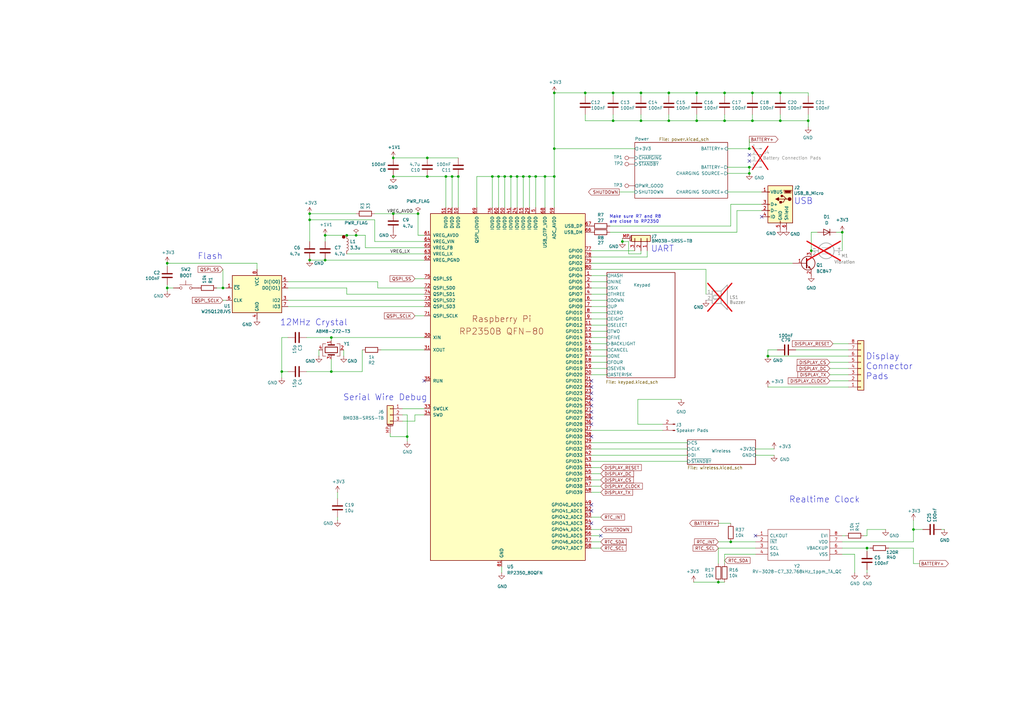
<source format=kicad_sch>
(kicad_sch (version 20250114) (generator "eeschema") (generator_version "9.0")
  (paper "A3")
  (title_block (title "Brique") (date "2025-04-08") (company "Tommy Gilligan"))
  (circle (center 140.97 97.155) (radius 0.635) (stroke (width 0) (color 132 0 0 1)) (fill (type color) (color 132 0 0 1)))
  (text "Make sure R7 and R8\nare close to RP2350\n" (at 249.936 91.694 0) (effects (font (size 1.27 1.27)) (justify left bottom)))
  (text "Serial Wire Debug" (at 175.26 164.592 0) (effects (font (size 2.54 2.54)) (justify right bottom)))
  (text "Realtime Clock" (at 323.596 206.502 0) (effects (font (size 2.54 2.54)) (justify left bottom)))
  (text "Flash" (at 81.026 106.68 0) (effects (font (size 2.54 2.54)) (justify left bottom)))
  (text "Display\nConnector\nPads" (at 355.092 155.956 0) (effects (font (size 2.54 2.54)) (justify left bottom)))
  (text "USB" (at 325.628 84.074 0) (effects (font (size 2.54 2.54)) (justify left bottom)))
  (text "UART" (at 266.954 103.632 0) (effects (font (size 2.54 2.54)) (justify left bottom)))
  (text "12MHz Crystal" (at 114.808 133.858 0) (effects (font (size 2.54 2.54)) (justify left bottom)))
  (junction (at 133.35 96.52))
  (junction (at 209.55 72.39))
  (junction (at 204.47 72.39))
  (junction (at 308.61 49.53))
  (junction (at 127 106.68))
  (junction (at 307.34 68.58))
  (junction (at 171.45 87.63))
  (junction (at 262.89 38.1))
  (junction (at 127 87.63))
  (junction (at 146.05 96.52))
  (junction (at 285.75 49.53))
  (junction (at 127 90.17))
  (junction (at 91.44 118.11))
  (junction (at 161.29 87.63))
  (junction (at 167.005 179.07))
  (junction (at 307.34 71.12))
  (junction (at 227.33 38.1))
  (junction (at 135.89 152.4))
  (junction (at 223.52 72.39))
  (junction (at 355.6 224.79))
  (junction (at 240.03 38.1))
  (junction (at 299.72 222.25))
  (junction (at 374.65 217.17))
  (junction (at 332.74 102.87))
  (junction (at 68.58 107.95))
  (junction (at 187.96 72.39))
  (junction (at 227.33 60.96))
  (junction (at 214.63 72.39))
  (junction (at 274.32 49.53))
  (junction (at 161.29 72.39))
  (junction (at 135.89 138.43))
  (junction (at 307.34 60.96))
  (junction (at 251.46 38.1))
  (junction (at 320.04 38.1))
  (junction (at 255.27 99.06))
  (junction (at 207.01 72.39))
  (junction (at 331.47 49.53))
  (junction (at 219.71 72.39))
  (junction (at 212.09 72.39))
  (junction (at 201.93 72.39))
  (junction (at 251.46 49.53))
  (junction (at 161.29 64.77))
  (junction (at 297.18 38.1))
  (junction (at 285.75 38.1))
  (junction (at 314.96 146.05))
  (junction (at 308.61 38.1))
  (junction (at 175.26 64.77))
  (junction (at 274.32 38.1))
  (junction (at 175.26 72.39))
  (junction (at 182.88 72.39))
  (junction (at 262.89 49.53))
  (junction (at 115.57 152.4))
  (junction (at 294.64 238.76))
  (junction (at 345.44 95.25))
  (junction (at 185.42 72.39))
  (junction (at 320.04 49.53))
  (junction (at 68.58 118.11))
  (junction (at 217.17 72.39))
  (junction (at 297.18 49.53))
  (junction (at 142.24 96.52))
  (junction (at 133.35 106.68))
  (junction (at 227.33 72.39))
  (no_connect (at 384.81 -35.56))
  (no_connect (at 242.57 168.91))
  (no_connect (at 242.57 166.37))
  (no_connect (at 307.34 63.5))
  (no_connect (at 242.57 179.07))
  (no_connect (at 312.42 88.9))
  (no_connect (at 242.57 207.01))
  (no_connect (at 242.57 171.45))
  (no_connect (at 242.57 214.63))
  (no_connect (at 242.57 173.99))
  (no_connect (at 173.99 156.21))
  (no_connect (at 307.34 66.04))
  (no_connect (at 242.57 163.83))
  (no_connect (at 242.57 161.29))
  (no_connect (at 242.57 158.75))
  (no_connect (at 242.57 156.21))
  (no_connect (at 246.38 219.71))
  (no_connect (at 242.57 209.55))
  (no_connect (at 309.88 219.71))
  (wire (pts (xy 297.18 38.1) (xy 308.61 38.1)))
  (wire (pts (xy 154.94 115.57) (xy 154.94 118.11)))
  (wire (pts (xy 346.71 219.71) (xy 345.44 219.71)))
  (wire (pts (xy 240.03 39.37) (xy 240.03 38.1)))
  (wire (pts (xy 195.58 85.09) (xy 195.58 72.39)))
  (wire (pts (xy 345.44 227.33) (xy 350.52 227.33)))
  (wire (pts (xy 332.74 95.25) (xy 332.74 102.87)))
  (wire (pts (xy 140.97 146.05) (xy 140.97 143.51)))
  (wire (pts (xy 274.32 39.37) (xy 274.32 38.1)))
  (wire (pts (xy 242.57 184.15) (xy 281.94 184.15)))
  (wire (pts (xy 374.65 231.14) (xy 374.65 224.79)))
  (wire (pts (xy 246.38 194.31) (xy 242.57 194.31)))
  (wire (pts (xy 219.71 72.39) (xy 223.52 72.39)))
  (wire (pts (xy 262.89 102.87) (xy 262.89 104.14)))
  (wire (pts (xy 115.57 138.43) (xy 118.11 138.43)))
  (wire (pts (xy 314.96 158.75) (xy 347.98 158.75)))
  (wire (pts (xy 209.55 85.09) (xy 209.55 72.39)))
  (wire (pts (xy 171.45 87.63) (xy 171.45 96.52)))
  (wire (pts (xy 302.26 95.25) (xy 250.19 95.25)))
  (wire (pts (xy 242.57 107.95) (xy 325.12 107.95)))
  (wire (pts (xy 251.46 49.53) (xy 240.03 49.53)))
  (wire (pts (xy 133.35 96.52) (xy 142.24 96.52)))
  (wire (pts (xy 289.56 110.49) (xy 289.56 120.65)))
  (wire (pts (xy 133.35 96.52) (xy 133.35 99.06)))
  (wire (pts (xy 105.41 107.95) (xy 105.41 110.49)))
  (wire (pts (xy 261.62 163.83) (xy 261.62 173.99)))
  (wire (pts (xy 294.64 238.76) (xy 297.18 238.76)))
  (wire (pts (xy 308.61 49.53) (xy 297.18 49.53)))
  (wire (pts (xy 227.33 72.39) (xy 227.33 85.09)))
  (wire (pts (xy 262.89 39.37) (xy 262.89 38.1)))
  (wire (pts (xy 154.94 118.11) (xy 173.99 118.11)))
  (wire (pts (xy 342.9 95.25) (xy 345.44 95.25)))
  (wire (pts (xy 355.6 233.68) (xy 355.6 234.95)))
  (wire (pts (xy 320.04 39.37) (xy 320.04 38.1)))
  (wire (pts (xy 92.71 118.11) (xy 91.44 118.11)))
  (wire (pts (xy 242.57 191.77) (xy 246.38 191.77)))
  (wire (pts (xy 242.57 113.03) (xy 248.92 113.03)))
  (wire (pts (xy 355.6 226.06) (xy 355.6 224.79)))
  (wire (pts (xy 242.57 130.81) (xy 248.92 130.81)))
  (wire (pts (xy 298.45 71.12) (xy 307.34 71.12)))
  (wire (pts (xy 170.18 114.3) (xy 173.99 114.3)))
  (wire (pts (xy 298.45 60.96) (xy 307.34 60.96)))
  (wire (pts (xy 242.57 135.89) (xy 248.92 135.89)))
  (wire (pts (xy 242.57 102.87) (xy 260.35 102.87)))
  (wire (pts (xy 242.57 189.23) (xy 281.94 189.23)))
  (wire (pts (xy 320.04 38.1) (xy 331.47 38.1)))
  (wire (pts (xy 299.72 83.82) (xy 312.42 83.82)))
  (wire (pts (xy 205.74 232.41) (xy 205.74 234.95)))
  (wire (pts (xy 309.88 186.69) (xy 317.5 186.69)))
  (wire (pts (xy 217.17 85.09) (xy 217.17 72.39)))
  (wire (pts (xy 146.05 96.52) (xy 142.24 96.52)))
  (wire (pts (xy 204.47 85.09) (xy 204.47 72.39)))
  (wire (pts (xy 285.75 39.37) (xy 285.75 38.1)))
  (wire (pts (xy 297.18 227.33) (xy 309.88 227.33)))
  (wire (pts (xy 92.71 123.19) (xy 91.44 123.19)))
  (wire (pts (xy 138.43 212.09) (xy 138.43 213.36)))
  (wire (pts (xy 242.57 105.41) (xy 265.43 105.41)))
  (wire (pts (xy 255.27 99.06) (xy 255.27 97.79)))
  (wire (pts (xy 171.45 96.52) (xy 173.99 96.52)))
  (wire (pts (xy 297.18 227.33) (xy 297.18 231.14)))
  (wire (pts (xy 265.43 105.41) (xy 265.43 102.87)))
  (wire (pts (xy 142.24 104.14) (xy 173.99 104.14)))
  (wire (pts (xy 298.45 78.74) (xy 312.42 78.74)))
  (wire (pts (xy 240.03 46.99) (xy 240.03 49.53)))
  (wire (pts (xy 227.33 38.1) (xy 240.03 38.1)))
  (wire (pts (xy 378.46 217.17) (xy 374.65 217.17)))
  (wire (pts (xy 118.11 123.19) (xy 173.99 123.19)))
  (wire (pts (xy 133.35 106.68) (xy 173.99 106.68)))
  (wire (pts (xy 347.98 151.13) (xy 340.36 151.13)))
  (wire (pts (xy 88.9 118.11) (xy 91.44 118.11)))
  (wire (pts (xy 242.57 217.17) (xy 246.38 217.17)))
  (wire (pts (xy 127 87.63) (xy 146.05 87.63)))
  (wire (pts (xy 335.28 95.25) (xy 332.74 95.25)))
  (wire (pts (xy 374.65 213.36) (xy 374.65 217.17)))
  (wire (pts (xy 242.57 219.71) (xy 246.38 219.71)))
  (wire (pts (xy 207.01 85.09) (xy 207.01 72.39)))
  (wire (pts (xy 242.57 110.49) (xy 289.56 110.49)))
  (wire (pts (xy 285.75 38.1) (xy 297.18 38.1)))
  (wire (pts (xy 148.59 152.4) (xy 148.59 143.51)))
  (wire (pts (xy 125.73 152.4) (xy 135.89 152.4)))
  (wire (pts (xy 246.38 224.79) (xy 242.57 224.79)))
  (wire (pts (xy 318.77 143.51) (xy 314.96 143.51)))
  (wire (pts (xy 297.18 49.53) (xy 285.75 49.53)))
  (wire (pts (xy 68.58 107.95) (xy 105.41 107.95)))
  (wire (pts (xy 298.45 68.58) (xy 307.34 68.58)))
  (wire (pts (xy 242.57 118.11) (xy 248.92 118.11)))
  (wire (pts (xy 130.81 146.05) (xy 130.81 143.51)))
  (wire (pts (xy 165.1 172.72) (xy 170.18 172.72)))
  (wire (pts (xy 242.57 120.65) (xy 248.92 120.65)))
  (wire (pts (xy 347.98 146.05) (xy 314.96 146.05)))
  (wire (pts (xy 187.96 72.39) (xy 185.42 72.39)))
  (wire (pts (xy 294.64 222.25) (xy 299.72 222.25)))
  (wire (pts (xy 138.43 201.93) (xy 138.43 204.47)))
  (wire (pts (xy 118.11 115.57) (xy 154.94 115.57)))
  (wire (pts (xy 68.58 118.11) (xy 71.12 118.11)))
  (wire (pts (xy 170.18 172.72) (xy 170.18 170.18)))
  (wire (pts (xy 347.98 143.51) (xy 326.39 143.51)))
  (wire (pts (xy 68.58 116.84) (xy 68.58 118.11)))
  (wire (pts (xy 148.59 152.4) (xy 135.89 152.4)))
  (wire (pts (xy 242.57 125.73) (xy 248.92 125.73)))
  (wire (pts (xy 68.58 118.11) (xy 68.58 119.38)))
  (wire (pts (xy 331.47 46.99) (xy 331.47 49.53)))
  (wire (pts (xy 167.005 170.18) (xy 165.1 170.18)))
  (wire (pts (xy 331.47 39.37) (xy 331.47 38.1)))
  (wire (pts (xy 227.33 60.96) (xy 227.33 72.39)))
  (wire (pts (xy 242.57 146.05) (xy 248.92 146.05)))
  (wire (pts (xy 242.57 143.51) (xy 248.92 143.51)))
  (wire (pts (xy 320.04 49.53) (xy 308.61 49.53)))
  (wire (pts (xy 251.46 46.99) (xy 251.46 49.53)))
  (wire (pts (xy 347.98 140.97) (xy 341.63 140.97)))
  (wire (pts (xy 285.75 49.53) (xy 274.32 49.53)))
  (wire (pts (xy 185.42 85.09) (xy 185.42 72.39)))
  (wire (pts (xy 331.47 49.53) (xy 320.04 49.53)))
  (wire (pts (xy 170.18 129.54) (xy 173.99 129.54)))
  (wire (pts (xy 161.29 87.63) (xy 171.45 87.63)))
  (wire (pts (xy 204.47 72.39) (xy 207.01 72.39)))
  (wire (pts (xy 297.18 46.99) (xy 297.18 49.53)))
  (wire (pts (xy 160.02 177.8) (xy 160.02 179.07)))
  (wire (pts (xy 115.57 152.4) (xy 115.57 154.94)))
  (wire (pts (xy 242.57 176.53) (xy 271.78 176.53)))
  (wire (pts (xy 320.04 46.99) (xy 320.04 49.53)))
  (wire (pts (xy 212.09 72.39) (xy 214.63 72.39)))
  (wire (pts (xy 127 90.17) (xy 153.67 90.17)))
  (wire (pts (xy 115.57 138.43) (xy 115.57 152.4)))
  (wire (pts (xy 242.57 128.27) (xy 248.92 128.27)))
  (wire (pts (xy 355.6 219.71) (xy 354.33 219.71)))
  (wire (pts (xy 153.67 90.17) (xy 153.67 99.06)))
  (wire (pts (xy 223.52 85.09) (xy 223.52 72.39)))
  (wire (pts (xy 308.61 38.1) (xy 320.04 38.1)))
  (wire (pts (xy 262.89 104.14) (xy 257.81 104.14)))
  (wire (pts (xy 262.89 49.53) (xy 251.46 49.53)))
  (wire (pts (xy 153.67 99.06) (xy 173.99 99.06)))
  (wire (pts (xy 297.18 39.37) (xy 297.18 38.1)))
  (wire (pts (xy 127 87.63) (xy 127 90.17)))
  (wire (pts (xy 149.86 96.52) (xy 146.05 96.52)))
  (wire (pts (xy 209.55 72.39) (xy 212.09 72.39)))
  (wire (pts (xy 309.88 184.15) (xy 317.5 184.15)))
  (wire (pts (xy 294.64 214.63) (xy 299.72 214.63)))
  (wire (pts (xy 284.48 238.76) (xy 294.64 238.76)))
  (wire (pts (xy 214.63 72.39) (xy 214.63 85.09)))
  (wire (pts (xy 274.32 49.53) (xy 262.89 49.53)))
  (wire (pts (xy 257.81 99.06) (xy 255.27 99.06)))
  (wire (pts (xy 279.4 163.83) (xy 261.62 163.83)))
  (wire (pts (xy 212.09 85.09) (xy 212.09 72.39)))
  (wire (pts (xy 142.24 118.11) (xy 118.11 118.11)))
  (wire (pts (xy 307.34 68.58) (xy 307.34 71.12)))
  (wire (pts (xy 173.99 101.6) (xy 149.86 101.6)))
  (wire (pts (xy 115.57 152.4) (xy 118.11 152.4)))
  (wire (pts (xy 68.58 109.22) (xy 68.58 107.95)))
  (wire (pts (xy 223.52 72.39) (xy 227.33 72.39)))
  (wire (pts (xy 302.26 86.36) (xy 302.26 95.25)))
  (wire (pts (xy 195.58 72.39) (xy 201.93 72.39)))
  (wire (pts (xy 294.64 231.14) (xy 294.64 224.79)))
  (wire (pts (xy 118.11 125.73) (xy 173.99 125.73)))
  (wire (pts (xy 167.005 170.18) (xy 167.005 179.07)))
  (wire (pts (xy 201.93 85.09) (xy 201.93 72.39)))
  (wire (pts (xy 257.81 104.14) (xy 257.81 99.06)))
  (wire (pts (xy 246.38 222.25) (xy 242.57 222.25)))
  (wire (pts (xy 242.57 115.57) (xy 248.92 115.57)))
  (wire (pts (xy 175.26 72.39) (xy 182.88 72.39)))
  (wire (pts (xy 217.17 72.39) (xy 219.71 72.39)))
  (wire (pts (xy 135.89 139.7) (xy 135.89 138.43)))
  (wire (pts (xy 274.32 38.1) (xy 285.75 38.1)))
  (wire (pts (xy 345.44 95.25) (xy 345.44 102.87)))
  (wire (pts (xy 307.34 57.15) (xy 307.34 60.96)))
  (wire (pts (xy 299.72 83.82) (xy 299.72 92.71)))
  (wire (pts (xy 149.86 101.6) (xy 149.86 96.52)))
  (wire (pts (xy 135.89 147.32) (xy 135.89 152.4)))
  (wire (pts (xy 153.67 87.63) (xy 161.29 87.63)))
  (wire (pts (xy 187.96 72.39) (xy 187.96 85.09)))
  (wire (pts (xy 242.57 123.19) (xy 248.92 123.19)))
  (wire (pts (xy 251.46 38.1) (xy 262.89 38.1)))
  (wire (pts (xy 347.98 156.21) (xy 340.36 156.21)))
  (wire (pts (xy 125.73 138.43) (xy 135.89 138.43)))
  (wire (pts (xy 135.89 138.43) (xy 173.99 138.43)))
  (wire (pts (xy 142.24 120.65) (xy 173.99 120.65)))
  (wire (pts (xy 227.33 60.96) (xy 260.35 60.96)))
  (wire (pts (xy 242.57 181.61) (xy 281.94 181.61)))
  (wire (pts (xy 242.57 151.13) (xy 248.92 151.13)))
  (wire (pts (xy 175.26 64.77) (xy 187.96 64.77)))
  (wire (pts (xy 242.57 138.43) (xy 248.92 138.43)))
  (wire (pts (xy 355.6 217.17) (xy 355.6 219.71)))
  (wire (pts (xy 127 106.68) (xy 133.35 106.68)))
  (wire (pts (xy 227.33 38.1) (xy 227.33 60.96)))
  (wire (pts (xy 254 78.74) (xy 260.35 78.74)))
  (wire (pts (xy 165.1 167.64) (xy 173.99 167.64)))
  (wire (pts (xy 374.65 231.14) (xy 377.19 231.14)))
  (wire (pts (xy 156.21 143.51) (xy 173.99 143.51)))
  (wire (pts (xy 262.89 46.99) (xy 262.89 49.53)))
  (wire (pts (xy 294.64 224.79) (xy 309.88 224.79)))
  (wire (pts (xy 91.44 110.49) (xy 91.44 118.11)))
  (wire (pts (xy 167.005 179.07) (xy 160.02 179.07)))
  (wire (pts (xy 262.89 38.1) (xy 274.32 38.1)))
  (wire (pts (xy 207.01 72.39) (xy 209.55 72.39)))
  (wire (pts (xy 347.98 153.67) (xy 340.36 153.67)))
  (wire (pts (xy 308.61 39.37) (xy 308.61 38.1)))
  (wire (pts (xy 242.57 148.59) (xy 248.92 148.59)))
  (wire (pts (xy 127 90.17) (xy 127 99.06)))
  (wire (pts (xy 345.44 224.79) (xy 355.6 224.79)))
  (wire (pts (xy 161.29 64.77) (xy 175.26 64.77)))
  (wire (pts (xy 246.38 212.09) (xy 242.57 212.09)))
  (wire (pts (xy 246.38 196.85) (xy 242.57 196.85)))
  (wire (pts (xy 386.08 217.17) (xy 387.35 217.17)))
  (wire (pts (xy 242.57 186.69) (xy 281.94 186.69)))
  (wire (pts (xy 299.72 92.71) (xy 250.19 92.71)))
  (wire (pts (xy 355.6 224.79) (xy 356.87 224.79)))
  (wire (pts (xy 331.47 49.53) (xy 331.47 52.07)))
  (wire (pts (xy 167.005 179.07) (xy 167.005 180.975)))
  (wire (pts (xy 182.88 72.39) (xy 182.88 85.09)))
  (wire (pts (xy 214.63 72.39) (xy 217.17 72.39)))
  (wire (pts (xy 299.72 222.25) (xy 309.88 222.25)))
  (wire (pts (xy 242.57 153.67) (xy 248.92 153.67)))
  (wire (pts (xy 201.93 72.39) (xy 204.47 72.39)))
  (wire (pts (xy 347.98 148.59) (xy 340.36 148.59)))
  (wire (pts (xy 302.26 86.36) (xy 312.42 86.36)))
  (wire (pts (xy 246.38 199.39) (xy 242.57 199.39)))
  (wire (pts (xy 219.71 72.39) (xy 219.71 85.09)))
  (wire (pts (xy 242.57 133.35) (xy 248.92 133.35)))
  (wire (pts (xy 274.32 46.99) (xy 274.32 49.53)))
  (wire (pts (xy 246.38 201.93) (xy 242.57 201.93)))
  (wire (pts (xy 185.42 72.39) (xy 182.88 72.39)))
  (wire (pts (xy 242.57 140.97) (xy 248.92 140.97)))
  (wire (pts (xy 363.22 217.17) (xy 355.6 217.17)))
  (wire (pts (xy 142.24 118.11) (xy 142.24 120.65)))
  (wire (pts (xy 251.46 39.37) (xy 251.46 38.1)))
  (wire (pts (xy 285.75 46.99) (xy 285.75 49.53)))
  (wire (pts (xy 161.29 72.39) (xy 175.26 72.39)))
  (wire (pts (xy 261.62 173.99) (xy 271.78 173.99)))
  (wire (pts (xy 170.18 170.18) (xy 173.99 170.18)))
  (wire (pts (xy 240.03 38.1) (xy 251.46 38.1)))
  (wire (pts (xy 308.61 46.99) (xy 308.61 49.53)))
  (wire (pts (xy 374.65 217.17) (xy 374.65 222.25)))
  (wire (pts (xy 374.65 224.79) (xy 364.49 224.79)))
  (wire (pts (xy 314.96 143.51) (xy 314.96 146.05)))
  (wire (pts (xy 345.44 222.25) (xy 374.65 222.25)))
  (wire (pts (xy 350.52 227.33) (xy 350.52 234.95)))
  (label "VREG_AVDD" (at 158.75 87.63 0))
  (label "VREG_LX" (at 160.02 104.14 0))
  (global_label "RTC_INT" (shape input) (at 246.38 212.09 0) (property "Intersheetrefs" "${INTERSHEET_REFS}" (effects (hide yes))))
  (global_label "RTC_SCL" (shape input) (at 246.38 224.79 0) (property "Intersheetrefs" "${INTERSHEET_REFS}" (effects (hide yes))))
  (global_label "QSPI_SS" (shape input) (at 91.44 110.49 180) (property "Intersheetrefs" "${INTERSHEET_REFS}" (effects (hide yes))))
  (global_label "DISPLAY_DC" (shape input) (at 340.36 151.13 180) (property "Intersheetrefs" "${INTERSHEET_REFS}" (effects (hide yes))))
  (global_label "DISPLAY_CS" (shape input) (at 246.38 196.85 0) (property "Intersheetrefs" "${INTERSHEET_REFS}" (effects (hide yes))))
  (global_label "QSPI_SCLK" (shape input) (at 91.44 123.19 180) (property "Intersheetrefs" "${INTERSHEET_REFS}" (effects (hide yes))))
  (global_label "BATTERY+" (shape output) (at 307.34 57.15 0) (property "Intersheetrefs" "${INTERSHEET_REFS}" (effects (hide yes))))
  (global_label "DISPLAY_CLOCK" (shape input) (at 246.38 199.39 0) (property "Intersheetrefs" "${INTERSHEET_REFS}" (effects (hide yes))))
  (global_label "DISPLAY_TX" (shape input) (at 340.36 153.67 180) (property "Intersheetrefs" "${INTERSHEET_REFS}" (effects (hide yes))))
  (global_label "DISPLAY_RESET" (shape input) (at 246.38 191.77 0) (property "Intersheetrefs" "${INTERSHEET_REFS}" (effects (hide yes))))
  (global_label "BATTERY+" (shape output) (at 377.19 231.14 0) (property "Intersheetrefs" "${INTERSHEET_REFS}" (effects (hide yes))))
  (global_label "BATTERY+" (shape output) (at 294.64 214.63 180) (property "Intersheetrefs" "${INTERSHEET_REFS}" (effects (hide yes))))
  (global_label "DISPLAY_CLOCK" (shape input) (at 340.36 156.21 180) (property "Intersheetrefs" "${INTERSHEET_REFS}" (effects (hide yes))))
  (global_label "QSPI_SCLK" (shape input) (at 170.18 129.54 180) (property "Intersheetrefs" "${INTERSHEET_REFS}" (effects (hide yes))))
  (global_label "SHUTDOWN" (shape input) (at 246.38 217.17 0) (property "Intersheetrefs" "${INTERSHEET_REFS}" (effects (hide yes))))
  (global_label "RTC_INT" (shape input) (at 294.64 222.25 180) (property "Intersheetrefs" "${INTERSHEET_REFS}" (effects (hide yes))))
  (global_label "RTC_SCL" (shape input) (at 294.64 224.79 180) (property "Intersheetrefs" "${INTERSHEET_REFS}" (effects (hide yes))))
  (global_label "RTC_SDA" (shape input) (at 297.18 229.87 0) (property "Intersheetrefs" "${INTERSHEET_REFS}" (effects (hide yes))))
  (global_label "QSPI_SS" (shape input) (at 170.18 114.3 180) (property "Intersheetrefs" "${INTERSHEET_REFS}" (effects (hide yes))))
  (global_label "SHUTDOWN" (shape output) (at 254 78.74 180) (property "Intersheetrefs" "${INTERSHEET_REFS}" (effects (hide yes))))
  (global_label "DISPLAY_RESET" (shape input) (at 341.63 140.97 180) (property "Intersheetrefs" "${INTERSHEET_REFS}" (effects (hide yes))))
  (global_label "DISPLAY_TX" (shape input) (at 246.38 201.93 0) (property "Intersheetrefs" "${INTERSHEET_REFS}" (effects (hide yes))))
  (global_label "DISPLAY_CS" (shape input) (at 340.36 148.59 180) (property "Intersheetrefs" "${INTERSHEET_REFS}" (effects (hide yes))))
  (global_label "RTC_SDA" (shape input) (at 246.38 222.25 0) (property "Intersheetrefs" "${INTERSHEET_REFS}" (effects (hide yes))))
  (global_label "DISPLAY_DC" (shape input) (at 246.38 194.31 0) (property "Intersheetrefs" "${INTERSHEET_REFS}" (effects (hide yes))))
  (symbol (lib_id "power:GND") (at 138.43 213.36 0) (unit 1)
    (property "Reference" "#PWR033" (effects (hide yes)))
    (property "Value" "GND" (at 134.62 214.63 0))
  )
  (symbol (lib_id "Device:C") (at 240.03 43.18 0) (unit 1)
    (property "Reference" "C12" (at 242.316 42.0116 0) (effects (justify left)))
    (property "Value" "100nF" (at 242.316 44.323 0) (effects (justify left)))
    (property "Footprint" "Capacitor_SMD:C_0402_1005Metric" (effects (hide yes)))
    (property "JLCPCB" "C1525" (effects (hide yes)))
  )
  (symbol (lib_id "power:GND") (at 363.22 217.17 0) (unit 1)
    (property "Reference" "#PWR058" (effects (hide yes)))
    (property "Value" "GND" (at 366.776 219.71 0))
  )
  (symbol (lib_id "power:+3V3") (at 127 87.63 0) (unit 1)
    (property "Reference" "#PWR021" (effects (hide yes)))
    (property "Value" "+3V3" (at 127.381 83.2358 0))
  )
  (symbol (lib_id "Device:C") (at 138.43 208.28 0) (unit 1)
    (property "Reference" "C19" (at 141.351 207.1116 0) (effects (justify left)))
    (property "Value" "10u" (at 141.351 209.423 0) (effects (justify left)))
    (property "Footprint" "Capacitor_SMD:C_0805_2012Metric" (effects (hide yes)))
    (property "JLCPCB" "C17024" (effects (hide yes)))
  )
  (symbol (lib_id "power:GND") (at 331.47 52.07 0) (mirror y) (unit 1)
    (property "Reference" "#PWR034" (effects (hide yes)))
    (property "Value" "GND" (at 331.343 56.4642 0))
  )
  (symbol (lib_id "Device:C") (at 297.18 43.18 0) (unit 1)
    (property "Reference" "C17" (at 300.101 42.0116 0) (effects (justify left)))
    (property "Value" "100nF" (at 300.101 44.323 0) (effects (justify left)))
    (property "Footprint" "Capacitor_SMD:C_0402_1005Metric" (effects (hide yes)))
    (property "JLCPCB" "C1525" (effects (hide yes)))
  )
  (symbol (lib_id "Transistor_BJT:BC847") (at 330.2 107.95 0) (unit 1)
    (property "Reference" "Q1" (at 334.772 108.712 0) (effects (justify left)))
    (property "Value" "BC847" (at 334.772 111.252 0) (effects (justify left)))
    (property "Footprint" "Package_TO_SOT_SMD:SOT-23" (effects (hide yes)))
    (property "Datasheet" "http://www.infineon.com/dgdl/Infineon-BC847SERIES_BC848SERIES_BC849SERIES_BC850SERIES-DS-v01_01-en.pdf?fileId=db3a304314dca389011541d4630a1657" (effects (hide yes)))
    (property "Description" "0.1A Ic, 45V Vce, NPN Transistor, SOT-23" (effects (hide yes)))
    (property "JLCPCB" "C391423" (effects (hide yes)))
  )
  (symbol (lib_id "Switch:SW_Push") (at 76.2 118.11 0) (unit 1)
    (property "Reference" "SW2" (at 76.2 110.49 0))
    (property "Value" "BOOT" (at 76.2 113.03 0))
    (property "Footprint" "Button_Switch_SMD:SW_SPST_PTS810" (effects (hide yes)))
    (property "Description" "Push button switch, generic, two pins" (effects (hide yes)))
    (property "JLCPCB" "C221895" (effects (hide yes)))
  )
  (symbol (lib_id "power:+3V3") (at 68.58 107.95 0) (unit 1)
    (property "Reference" "#PWR026" (effects (hide yes)))
    (property "Value" "+3V3" (at 68.961 103.5558 0))
  )
  (symbol (lib_id "Connector_Generic_MountingPin:Conn_01x03_MountingPin") (at 262.89 97.79 270) (mirror x) (unit 1)
    (property "Reference" "J7" (at 268.224 97.028 90))
    (property "Value" "BM03B-SRSS-TB" (at 275.59 98.806 90))
    (property "Footprint" "Connector_JST:JST_SH_SM03B-SRSS-TB_1x03-1MP_P1.00mm_Horizontal" (effects (hide yes)))
    (property "JLCPCB" "C160389" (effects (hide yes)))
  )
  (symbol (lib_id "Device:Speaker_Crystal") (at 294.64 120.65 0) (unit 1) (in_bom no) (dnp yes)
    (property "Reference" "LS1" (at 299.212 121.92 0) (effects (justify left)))
    (property "Value" "Buzzer" (at 299.212 123.952 0) (effects (justify left)))
    (property "Footprint" "Audio_Module:buzzer" (effects (hide yes)))
    (property "Description" "Crystal speaker/transducer" (effects (hide yes)))
  )
  (symbol (lib_id "Device:C") (at 262.89 43.18 0) (unit 1)
    (property "Reference" "C14" (at 265.811 42.0116 0) (effects (justify left)))
    (property "Value" "100nF" (at 265.811 44.323 0) (effects (justify left)))
    (property "Footprint" "Capacitor_SMD:C_0402_1005Metric" (effects (hide yes)))
    (property "JLCPCB" "C1525" (effects (hide yes)))
  )
  (symbol (lib_id "Device:R") (at 85.09 118.11 270) (mirror x) (unit 1)
    (property "Reference" "R1" (at 86.36 116.332 0) (effects (justify left)))
    (property "Value" "10k" (at 83.82 116.332 0) (effects (justify left)))
    (property "Footprint" "Resistor_SMD:R_0402_1005Metric" (effects (hide yes)))
    (property "Description" "Resistor" (effects (hide yes)))
    (property "JLCPCB" "C60490" (effects (hide yes)))
  )
  (symbol (lib_id "Device:C") (at 382.27 217.17 90) (unit 1)
    (property "Reference" "C25" (at 381.1016 214.249 0) (effects (justify left)))
    (property "Value" "100nF" (at 383.413 214.249 0) (effects (justify left)))
    (property "Footprint" "Capacitor_SMD:C_0805_2012Metric" (effects (hide yes)))
    (property "JLCPCB" "C49678" (effects (hide yes)))
  )
  (symbol (lib_id "Connector:TestPoint") (at 260.35 67.31 90) (mirror x) (unit 1)
    (property "Reference" "TP2" (at 253.746 67.056 90))
    (property "Value" "TestPoint" (effects (hide yes)))
    (property "Footprint" "TestPoint:TestPoint_THTPad_D1.5mm_Drill0.7mm" (effects (hide yes)))
    (property "Description" "test point" (effects (hide yes)))
  )
  (symbol (lib_id "Device:C") (at 133.35 102.87 0) (unit 1)
    (property "Reference" "C7" (at 137.16 101.5999 0) (effects (justify left)))
    (property "Value" "4.7u" (at 137.16 104.1399 0) (effects (justify left)))
    (property "Footprint" "Capacitor_SMD:C_0402_1005Metric" (effects (hide yes)))
    (property "JLCPCB" "C368809" (effects (hide yes)))
  )
  (symbol (lib_id "Device:R") (at 294.64 234.95 0) (mirror y) (unit 1)
    (property "Reference" "R17" (at 292.862 233.7816 0) (effects (justify left)))
    (property "Value" "10k" (at 292.862 236.093 0) (effects (justify left)))
    (property "Footprint" "Resistor_SMD:R_0402_1005Metric" (effects (hide yes)))
    (property "JLCPCB" "C60490" (effects (hide yes)))
  )
  (symbol (lib_id "power:+3V3") (at 345.44 95.25 0) (unit 1)
    (property "Reference" "#PWR049" (effects (hide yes)))
    (property "Value" "+3V3" (at 345.44 90.17 0))
    (property "Description" "Power symbol creates a global label with name \"+3V3\"" (effects (hide yes)))
  )
  (symbol (lib_id "Device:D") (at 339.09 95.25 0) (mirror y) (unit 1)
    (property "Reference" "D1" (at 339.09 88.9 0))
    (property "Value" "D" (at 339.09 91.44 0))
    (property "Footprint" "Diode_SMD:D_0402_1005Metric" (effects (hide yes)))
    (property "Description" "Diode" (effects (hide yes)))
    (property "Sim.Device" "D" (effects (hide yes)))
    (property "Sim.Pins" "1=K 2=A" (effects (hide yes)))
    (property "JLCPCB" "C2837790" (effects (hide yes)))
  )
  (symbol (lib_id "Connector_Generic_MountingPin:Conn_01x03_MountingPin") (at 160.02 170.18 0) (mirror y) (unit 1)
    (property "Reference" "J6" (at 157.48 168.91 0) (effects (justify left)))
    (property "Value" "BM03B-SRSS-TB" (at 157.48 171.45 0) (effects (justify left)))
    (property "Footprint" "Connector_JST:JST_SH_SM03B-SRSS-TB_1x03-1MP_P1.00mm_Horizontal" (effects (hide yes)))
    (property "JLCPCB" "C160389" (effects (hide yes)))
  )
  (symbol (lib_id "Connector:TestPoint") (at 260.35 76.2 90) (mirror x) (unit 1)
    (property "Reference" "TP3" (at 253.492 75.946 90))
    (property "Value" "TestPoint" (effects (hide yes)))
    (property "Footprint" "TestPoint:TestPoint_THTPad_D1.5mm_Drill0.7mm" (effects (hide yes)))
    (property "Description" "test point" (effects (hide yes)))
  )
  (symbol (lib_id "power:GND") (at 167.005 180.975 0) (unit 1)
    (property "Reference" "#PWR01" (effects (hide yes)))
    (property "Value" "GND" (at 167.132 185.3692 0))
  )
  (symbol (lib_id "Device:C") (at 308.61 43.18 0) (unit 1)
    (property "Reference" "C18" (at 311.531 42.0116 0) (effects (justify left)))
    (property "Value" "100nF" (at 311.531 44.323 0) (effects (justify left)))
    (property "Footprint" "Capacitor_SMD:C_0402_1005Metric" (effects (hide yes)))
    (property "JLCPCB" "C1525" (effects (hide yes)))
  )
  (symbol (lib_id "Device:R") (at 299.72 218.44 0) (unit 1)
    (property "Reference" "R37" (at 301.498 217.2716 0) (effects (justify left)))
    (property "Value" "10k" (at 301.498 219.583 0) (effects (justify left)))
    (property "Footprint" "Resistor_SMD:R_0402_1005Metric" (effects (hide yes)))
    (property "JLCPCB" "C60490" (effects (hide yes)))
  )
  (symbol (lib_id "power:GND") (at 332.74 113.03 0) (unit 1)
    (property "Reference" "#PWR014" (effects (hide yes)))
    (property "Value" "GND" (at 332.74 118.11 0))
    (property "Description" "Power symbol creates a global label with name \"GND\" , ground" (effects (hide yes)))
  )
  (symbol (lib_id "Device:C") (at 121.92 138.43 270) (unit 1)
    (property "Reference" "C3" (at 123.0884 141.351 0) (effects (justify left)))
    (property "Value" "15p" (at 120.777 141.351 0) (effects (justify left)))
    (property "Footprint" "Capacitor_SMD:C_0402_1005Metric" (effects (hide yes)))
    (property "JLCPCB" "C86285" (effects (hide yes)))
  )
  (symbol (lib_id "Device:C") (at 161.29 91.44 0) (unit 1)
    (property "Reference" "C9" (at 165.1 90.17 0) (effects (justify left)))
    (property "Value" "4.7u" (at 165.1 92.71 0) (effects (justify left)))
    (property "Footprint" "Capacitor_SMD:C_0402_1005Metric" (effects (hide yes)))
    (property "JLCPCB" "C368809" (effects (hide yes)))
  )
  (symbol (lib_id "Connector:TestPoint") (at 260.35 64.77 90) (mirror x) (unit 1)
    (property "Reference" "TP1" (at 253.492 64.516 90))
    (property "Value" "TestPoint" (effects (hide yes)))
    (property "Footprint" "TestPoint:TestPoint_THTPad_D1.5mm_Drill0.7mm" (effects (hide yes)))
    (property "Description" "test point" (effects (hide yes)))
  )
  (symbol (lib_id "power:+3V3") (at 314.96 158.75 0) (mirror y) (unit 1)
    (property "Reference" "#PWR045" (effects (hide yes)))
    (property "Value" "+3V3" (at 318.77 156.464 0))
    (property "Description" "Power symbol creates a global label with name \"+3V3\"" (effects (hide yes)))
  )
  (symbol (lib_id "Device:L") (at 142.24 100.33 0) (unit 1)
    (property "Reference" "L1" (at 143.51 99.06 0) (effects (justify left)))
    (property "Value" "3.3u" (at 143.51 101.6 0) (effects (justify left)))
    (property "Footprint" "RP2350_80QFN_minimal:L_pol_2016" (effects (hide yes)))
    (property "JLCPCB" "C42411119" (effects (hide yes)))
  )
  (symbol (lib_id "Device:C") (at 68.58 113.03 0) (mirror y) (unit 1)
    (property "Reference" "C2" (at 65.659 111.8616 0) (effects (justify left)))
    (property "Value" "100nF" (at 65.659 114.173 0) (effects (justify left)))
    (property "Footprint" "Capacitor_SMD:C_0402_1005Metric" (effects (hide yes)))
    (property "JLCPCB" "C1525" (effects (hide yes)))
  )
  (symbol (lib_id "power:GND") (at 161.29 95.25 0) (unit 1)
    (property "Reference" "#PWR028" (effects (hide yes)))
    (property "Value" "GND" (at 157.48 96.52 0))
  )
  (symbol (lib_id "Device:R") (at 246.38 95.25 270) (mirror x) (unit 1)
    (property "Reference" "R8" (at 246.38 97.536 90))
    (property "Value" "27" (at 246.38 99.568 90))
    (property "Footprint" "Resistor_SMD:R_0402_1005Metric" (effects (hide yes)))
    (property "JLCPCB" "C25100" (effects (hide yes)))
  )
  (symbol (lib_id "power:GND") (at 350.52 234.95 0) (unit 1)
    (property "Reference" "#PWR060" (effects (hide yes)))
    (property "Value" "GND" (at 350.647 239.3442 0))
  )
  (symbol (lib_id "Device:R") (at 152.4 143.51 270) (mirror x) (unit 1)
    (property "Reference" "R2" (at 152.4 148.7678 90))
    (property "Value" "1k" (at 152.4 146.4564 90))
    (property "Footprint" "Resistor_SMD:R_0402_1005Metric" (effects (hide yes)))
    (property "JLCPCB" "C25543" (effects (hide yes)))
  )
  (symbol (lib_id "Connector_Generic:Conn_01x08") (at 353.06 151.13 0) (mirror x) (unit 1) (in_bom no)
    (property "Reference" "J1" (effects (hide yes)))
    (property "Value" "Conn_01x07" (effects (hide yes)))
    (property "Footprint" "Connector:screen" (effects (hide yes)))
    (property "Description" "Generic connector, single row, 01x08, script generated (kicad-library-utils/schlib/autogen/connector/)" (effects (hide yes)))
  )
  (symbol (lib_id "Device:R") (at 149.86 87.63 90) (unit 1)
    (property "Reference" "R3" (at 148.6916 85.852 0) (effects (justify left)))
    (property "Value" "33" (at 151.003 85.852 0) (effects (justify left)))
    (property "Footprint" "Resistor_SMD:R_0402_1005Metric" (effects (hide yes)))
    (property "JLCPCB" "C852729" (effects (hide yes)))
  )
  (symbol (lib_id "power:GND") (at 127 106.68 0) (mirror y) (unit 1)
    (property "Reference" "#PWR022" (effects (hide yes)))
    (property "Value" "GND" (at 130.81 107.95 0))
  )
  (symbol (lib_id "Device:Crystal_GND24") (at 135.89 143.51 270) (unit 1)
    (property "Reference" "Y1" (at 140.97 140.97 90) (effects (justify left)))
    (property "Value" "ABM8-272-T3" (at 129.54 135.89 90) (effects (justify left)))
    (property "Footprint" "Crystal:Crystal_SMD_3225-4Pin_3.2x2.5mm" (effects (hide yes)))
    (property "JLCPCB" "C20625731" (effects (hide yes)))
  )
  (symbol (lib_id "Connector:Conn_01x04_Pin") (at 312.42 63.5 0) (mirror y) (unit 1) (in_bom no) (dnp yes)
    (property "Reference" "J4" (at 314.452 62.484 0))
    (property "Value" "Battery Connection Pads" (at 324.866 64.77 0))
    (property "Footprint" "Battery:battery" (effects (hide yes)))
    (property "Description" "Generic connector, single row, 01x04, script generated" (effects (hide yes)))
  )
  (symbol (lib_id "power:+3V3") (at 374.65 213.36 0) (unit 1)
    (property "Reference" "#PWR065" (effects (hide yes)))
    (property "Value" "+3V3" (at 374.904 209.55 0))
  )
  (symbol (lib_id "power:PWR_FLAG") (at 171.45 87.63 0) (unit 1)
    (property "Reference" "#FLG06" (effects (hide yes)))
    (property "Value" "PWR_FLAG" (at 171.45 82.55 0))
    (property "Description" "Special symbol for telling ERC where power comes from" (effects (hide yes)))
  )
  (symbol (lib_id "Connector:Conn_01x02_Pin") (at 276.86 176.53 180) (unit 1) (exclude_from_sim yes) (in_bom no)
    (property "Reference" "J3" (at 278.384 174.244 0))
    (property "Value" "Speaker Pads" (at 283.972 176.53 0))
    (property "Footprint" "Connector_PinHeader_1.00mm:PinHeader_1x02_P1.00mm_Vertical_SMD_Pin1Left" (effects (hide yes)))
    (property "Description" "Generic connector, single row, 01x02, script generated" (effects (hide yes)))
  )
  (symbol (lib_id "Device:C") (at 285.75 43.18 0) (unit 1)
    (property "Reference" "C16" (at 288.671 42.0116 0) (effects (justify left)))
    (property "Value" "100nF" (at 288.671 44.323 0) (effects (justify left)))
    (property "Footprint" "Capacitor_SMD:C_0402_1005Metric" (effects (hide yes)))
    (property "JLCPCB" "C1525" (effects (hide yes)))
  )
  (symbol (lib_id "power:+3V3") (at 284.48 238.76 0) (mirror y) (unit 1)
    (property "Reference" "#PWR091" (effects (hide yes)))
    (property "Value" "+3V3" (at 284.099 234.3658 0))
  )
  (symbol (lib_id "Device:C") (at 322.58 143.51 90) (mirror x) (unit 1)
    (property "Reference" "C79" (at 322.326 139.446 90))
    (property "Value" "100nF" (at 322.326 137.668 90))
    (property "Footprint" "Capacitor_SMD:C_0402_1005Metric" (effects (hide yes)))
    (property "Description" "Unpolarized capacitor" (effects (hide yes)))
    (property "JLCPCB" "C1525" (effects (hide yes)))
  )
  (symbol (lib_id "power:GND") (at 161.29 72.39 0) (mirror y) (unit 1)
    (property "Reference" "#PWR027" (effects (hide yes)))
    (property "Value" "GND" (at 161.163 76.7842 0))
  )
  (symbol (lib_id "MCU_RaspberryPi_RP2350:RP2350_80QFN") (at 205.74 135.89 0) (unit 1)
    (property "Reference" "U5" (at 207.9341 232.41 0) (effects (justify left)))
    (property "Value" "RP2350_80QFN" (at 207.9341 234.95 0) (effects (justify left)))
    (property "Footprint" "RP2350_80QFN_minimal:RP2350-QFN-80-1EP_10x10_P0.4mm_EP3.4x3.4mm_ThermalVias" (effects (hide yes)))
    (property "JLCPCB" "C42415655" (effects (hide yes)))
  )
  (symbol (lib_id "power:GND") (at 68.58 119.38 0) (unit 1)
    (property "Reference" "#PWR048" (effects (hide yes)))
    (property "Value" "GND" (at 65.024 121.412 0))
  )
  (symbol (lib_id "Device:R") (at 297.18 234.95 0) (unit 1)
    (property "Reference" "R16" (at 298.958 233.7816 0) (effects (justify left)))
    (property "Value" "10k" (at 298.958 236.093 0) (effects (justify left)))
    (property "Footprint" "Resistor_SMD:R_0402_1005Metric" (effects (hide yes)))
    (property "JLCPCB" "C60490" (effects (hide yes)))
  )
  (symbol (lib_id "Device:C") (at 274.32 43.18 0) (unit 1)
    (property "Reference" "C15" (at 277.241 42.0116 0) (effects (justify left)))
    (property "Value" "100nF" (at 277.241 44.323 0) (effects (justify left)))
    (property "Footprint" "Capacitor_SMD:C_0402_1005Metric" (effects (hide yes)))
    (property "JLCPCB" "C1525" (effects (hide yes)))
  )
  (symbol (lib_id "power:GND") (at 279.4 163.83 0) (mirror y) (unit 1)
    (property "Reference" "#PWR04" (effects (hide yes)))
    (property "Value" "GND" (at 279.4 168.91 0))
    (property "Description" "Power symbol creates a global label with name \"GND\" , ground" (effects (hide yes)))
  )
  (symbol (lib_id "power:GND") (at 307.34 71.12 0) (mirror y) (unit 1)
    (property "Reference" "#PWR016" (effects (hide yes)))
    (property "Value" "GND" (at 311.404 72.898 0))
    (property "Description" "Power symbol creates a global label with name \"GND\" , ground" (effects (hide yes)))
  )
  (symbol (lib_id "Device:C") (at 355.6 229.87 0) (unit 1)
    (property "Reference" "C5" (at 358.521 228.7016 0) (effects (justify left)))
    (property "Value" "100nF" (at 358.521 231.013 0) (effects (justify left)))
    (property "Footprint" "Capacitor_SMD:C_0402_1005Metric" (effects (hide yes)))
    (property "JLCPCB" "C1525" (effects (hide yes)))
  )
  (symbol (lib_id "power:GND") (at 255.27 99.06 0) (unit 1)
    (property "Reference" "#PWR036" (effects (hide yes)))
    (property "Value" "GND" (at 251.714 101.092 0))
    (property "Description" "Power symbol creates a global label with name \"GND\" , ground" (effects (hide yes)))
  )
  (symbol (lib_id "Device:C") (at 175.26 68.58 180) (unit 1)
    (property "Reference" "C10" (at 172.339 69.7484 0) (effects (justify left)))
    (property "Value" "4.7u" (at 172.339 67.437 0) (effects (justify left)))
    (property "Footprint" "Capacitor_SMD:C_0402_1005Metric" (effects (hide yes)))
    (property "JLCPCB" "C368809" (effects (hide yes)))
  )
  (symbol (lib_id "Device:C") (at 320.04 43.18 0) (unit 1)
    (property "Reference" "C20" (at 322.961 42.0116 0) (effects (justify left)))
    (property "Value" "100nF" (at 322.961 44.323 0) (effects (justify left)))
    (property "Footprint" "Capacitor_SMD:C_0402_1005Metric" (effects (hide yes)))
    (property "JLCPCB" "C1525" (effects (hide yes)))
  )
  (symbol (lib_id "power:PWR_FLAG") (at 146.05 96.52 0) (unit 1)
    (property "Reference" "#FLG05" (effects (hide yes)))
    (property "Value" "PWR_FLAG" (at 146.05 91.44 0))
    (property "Description" "Special symbol for telling ERC where power comes from" (effects (hide yes)))
  )
  (symbol (lib_id "Device:C") (at 187.96 68.58 180) (unit 1)
    (property "Reference" "C11" (at 185.039 69.7484 0) (effects (justify left)))
    (property "Value" "100nF" (at 185.039 67.437 0) (effects (justify left)))
    (property "Footprint" "Capacitor_SMD:C_0402_1005Metric" (effects (hide yes)))
    (property "JLCPCB" "C1525" (effects (hide yes)))
  )
  (symbol (lib_id "Motor:Motor_DC") (at 340.36 102.87 270) (mirror x) (unit 1) (in_bom no) (dnp yes)
    (property "Reference" "M1" (at 346.456 104.902 90))
    (property "Value" "Vibration" (at 346.456 107.442 90))
    (property "Footprint" "Motors:vibrator" (effects (hide yes)))
    (property "Description" "DC Motor" (effects (hide yes)))
  )
  (symbol (lib_id "power:GND") (at 322.58 93.98 0) (mirror y) (unit 1)
    (property "Reference" "#PWR09" (effects (hide yes)))
    (property "Value" "GND" (at 326.136 96.012 0))
    (property "Description" "Power symbol creates a global label with name \"GND\" , ground" (effects (hide yes)))
  )
  (symbol (lib_id "Device:R") (at 246.38 92.71 270) (unit 1)
    (property "Reference" "R7" (at 246.38 88.1126 90))
    (property "Value" "27" (at 246.38 90.424 90))
    (property "Footprint" "Resistor_SMD:R_0402_1005Metric" (effects (hide yes)))
    (property "JLCPCB" "C25100" (effects (hide yes)))
  )
  (symbol (lib_id "power:+3V3") (at 138.43 201.93 0) (unit 1)
    (property "Reference" "#PWR032" (effects (hide yes)))
    (property "Value" "+3V3" (at 138.811 197.5358 0))
  )
  (symbol (lib_id "power:GND") (at 387.35 217.17 0) (unit 1)
    (property "Reference" "#PWR053" (effects (hide yes)))
    (property "Value" "GND" (at 387.477 221.5642 0))
  )
  (symbol (lib_id "CoreElectronics_Components:RV-3028-C7_32.768kHz_1ppm_TA_QC") (at 309.88 219.71 0) (unit 1)
    (property "Reference" "Y2" (at 326.898 232.156 0))
    (property "Value" "RV-3028-C7_32.768kHz_1ppm_TA_QC" (at 326.898 234.442 0))
    (property "Footprint" "CoreElectronics_Components:MicroCrystal_RV3028C7" (effects (hide yes)))
    (property "Datasheet" "https://www.mouser.de/datasheet/2/530/RV_3028_C7-1524919.pdf" (effects (hide yes)))
    (property "Description" "Real Time Clock 32.768kHz I2C Time Acc. 1ppm" (effects (hide yes)))
    (property "Height" "0.8" (effects (hide yes)))
    (property "Mouser Part Number" "428-203591-MG01" (effects (hide yes)))
    (property "Mouser Price/Stock" "https://www.mouser.co.uk/ProductDetail/Micro-Crystal/RV-3028-C7-32768kHz-1ppm-TA-QC?qs=u16ybLDytRaU7ZFJl2AxfQ%3D%3D" (effects (hide yes)))
    (property "Manufacturer_Name" "Micro Crystal AG" (effects (hide yes)))
    (property "Manufacturer_Part_Number" "RV-3028-C7 32.768kHz 1ppm TA QC" (effects (hide yes)))
    (property "JLCPCB" "C3019759" (effects (hide yes)))
  )
  (symbol (lib_id "Device:C") (at 251.46 43.18 0) (unit 1)
    (property "Reference" "C13" (at 254.381 42.0116 0) (effects (justify left)))
    (property "Value" "100nF" (at 254.381 44.323 0) (effects (justify left)))
    (property "Footprint" "Capacitor_SMD:C_0402_1005Metric" (effects (hide yes)))
    (property "JLCPCB" "C1525" (effects (hide yes)))
  )
  (symbol (lib_id "power:GND") (at 115.57 154.94 0) (unit 1)
    (property "Reference" "#PWR017" (effects (hide yes)))
    (property "Value" "GND" (at 111.76 156.972 0))
  )
  (symbol (lib_id "power:GND") (at 105.41 130.81 0) (unit 1)
    (property "Reference" "#PWR047" (effects (hide yes)))
    (property "Value" "GND" (at 101.346 133.096 0))
  )
  (symbol (lib_id "power:GND") (at 205.74 234.95 0) (unit 1)
    (property "Reference" "#PWR030" (effects (hide yes)))
    (property "Value" "GND" (at 205.994 240.538 0))
  )
  (symbol (lib_id "power:+1V1") (at 161.29 64.77 0) (unit 1)
    (property "Reference" "#PWR024" (effects (hide yes)))
    (property "Value" "+1V1" (at 161.671 60.3758 0))
  )
  (symbol (lib_id "power:GND") (at 314.96 146.05 0) (mirror y) (unit 1)
    (property "Reference" "#PWR046" (effects (hide yes)))
    (property "Value" "GND" (at 319.024 147.828 0))
    (property "Description" "Power symbol creates a global label with name \"GND\" , ground" (effects (hide yes)))
  )
  (symbol (lib_id "Device:C") (at 127 102.87 0) (mirror y) (unit 1)
    (property "Reference" "C6" (at 123.19 101.5999 0) (effects (justify left)))
    (property "Value" "4.7u" (at 123.19 104.1399 0) (effects (justify left)))
    (property "Footprint" "Capacitor_SMD:C_0402_1005Metric" (effects (hide yes)))
    (property "JLCPCB" "C368809" (effects (hide yes)))
  )
  (symbol (lib_id "Device:C") (at 121.92 152.4 270) (unit 1)
    (property "Reference" "C4" (at 123.0884 155.321 0) (effects (justify left)))
    (property "Value" "15p" (at 120.777 155.321 0) (effects (justify left)))
    (property "Footprint" "Capacitor_SMD:C_0402_1005Metric" (effects (hide yes)))
    (property "JLCPCB" "C86285" (effects (hide yes)))
  )
  (symbol (lib_id "power:+3V3") (at 227.33 38.1 0) (unit 1)
    (property "Reference" "#PWR031" (effects (hide yes)))
    (property "Value" "+3V3" (at 227.711 33.7058 0))
  )
  (symbol (lib_id "power:GND") (at 289.56 123.19 0) (mirror y) (unit 1)
    (property "Reference" "#PWR042" (effects (hide yes)))
    (property "Value" "GND" (at 286.512 125.984 0))
    (property "Description" "Power symbol creates a global label with name \"GND\" , ground" (effects (hide yes)))
  )
  (symbol (lib_id "power:+3V3") (at 317.5 184.15 0) (mirror y) (unit 1)
    (property "Reference" "#PWR054" (effects (hide yes)))
    (property "Value" "+3V3" (at 321.818 183.134 0))
    (property "Description" "Power symbol creates a global label with name \"+3V3\"" (effects (hide yes)))
  )
  (symbol (lib_id "power:GND") (at 320.04 93.98 0) (mirror y) (unit 1)
    (property "Reference" "#PWR050" (effects (hide yes)))
    (property "Value" "GND" (at 316.23 95.758 0))
    (property "Description" "Power symbol creates a global label with name \"GND\" , ground" (effects (hide yes)))
  )
  (symbol (lib_id "Device:R") (at 350.52 219.71 270) (mirror x) (unit 1)
    (property "Reference" "R41" (at 351.6884 217.932 0) (effects (justify left)))
    (property "Value" "10k" (at 349.377 217.932 0) (effects (justify left)))
    (property "Footprint" "Resistor_SMD:R_0402_1005Metric" (effects (hide yes)))
    (property "JLCPCB" "C60490" (effects (hide yes)))
  )
  (symbol (lib_id "power:+1V1") (at 133.35 96.52 0) (unit 1)
    (property "Reference" "#PWR025" (effects (hide yes)))
    (property "Value" "+1V1" (at 133.731 92.1258 0))
  )
  (symbol (lib_id "Device:C") (at 161.29 68.58 180) (unit 1)
    (property "Reference" "C8" (at 158.369 69.7484 0) (effects (justify left)))
    (property "Value" "100nF" (at 158.369 67.437 0) (effects (justify left)))
    (property "Footprint" "Capacitor_SMD:C_0402_1005Metric" (effects (hide yes)))
    (property "JLCPCB" "C1525" (effects (hide yes)))
  )
  (symbol (lib_id "power:GND") (at 140.97 146.05 0) (unit 1)
    (property "Reference" "#PWR023" (effects (hide yes)))
    (property "Value" "GND" (at 144.526 148.082 0))
  )
  (symbol (lib_id "power:GND") (at 355.6 234.95 0) (unit 1)
    (property "Reference" "#PWR029" (effects (hide yes)))
    (property "Value" "GND" (at 355.727 239.3442 0))
  )
  (symbol (lib_id "Memory_Flash:W25Q128JVS") (at 105.41 120.65 0) (unit 1)
    (property "Reference" "U1" (at 93.218 125.476 0))
    (property "Value" "W25Q128JVS" (at 88.646 127.762 0))
    (property "Footprint" "Package_SO:SOIC-8_5.23x5.23mm_P1.27mm" (effects (hide yes)))
    (property "Datasheet" "http://www.winbond.com/resource-files/w25q128jv_dtr%20revc%2003272018%20plus.pdf" (effects (hide yes)))
    (property "JLCPCB" "C97521" (effects (hide yes)))
  )
  (symbol (lib_id "Connector:USB_B_Micro") (at 320.04 83.82 0) (mirror y) (unit 1)
    (property "Reference" "J2" (at 326.898 76.962 0))
    (property "Value" "USB_B_Micro" (at 331.724 79.248 0))
    (property "Footprint" "Connector_USB:USB_Micro-B_Molex_47346-0001" (effects (hide yes)))
    (property "Description" "USB Micro Type B connector" (effects (hide yes)))
    (property "JLCPCB" "C132560" (effects (hide yes)))
  )
  (symbol (lib_id "power:GND") (at 317.5 186.69 0) (mirror y) (unit 1)
    (property "Reference" "#PWR055" (effects (hide yes)))
    (property "Value" "GND" (at 321.818 188.468 0))
    (property "Description" "Power symbol creates a global label with name \"GND\" , ground" (effects (hide yes)))
  )
  (symbol (lib_id "Device:C") (at 331.47 43.18 0) (unit 1)
    (property "Reference" "C21" (at 334.391 42.0116 0) (effects (justify left)))
    (property "Value" "100nF" (at 334.391 44.323 0) (effects (justify left)))
    (property "Footprint" "Capacitor_SMD:C_0402_1005Metric" (effects (hide yes)))
    (property "JLCPCB" "C1525" (effects (hide yes)))
  )
  (symbol (lib_id "Device:R") (at 360.68 224.79 270) (unit 1)
    (property "Reference" "R40" (at 365.506 228.6 90))
    (property "Value" "120R" (at 366.014 226.568 90))
    (property "Footprint" "Resistor_SMD:R_0402_1005Metric" (effects (hide yes)))
    (property "JLCPCB" "C114758" (effects (hide yes)))
  )
  (symbol (lib_id "power:GND") (at 130.81 146.05 0) (unit 1)
    (property "Reference" "#PWR020" (effects (hide yes)))
    (property "Value" "GND" (at 127.254 148.082 0))
  )
  (sheet (at 248.92 111.76) (size 27.94 43.18) (stroke (width 0.1524))
    (property "Sheetname" "Keypad" (at 259.842 117.602 0) (effects (justify left bottom)))
    (property "Sheetfile" "keypad.kicad_sch" (at 248.412 155.956 0) (effects (justify left top)))
    (pin "CANCEL" output (at 248.92 143.51 180))
    (pin "SELECT" output (at 248.92 133.35 180))
    (pin "NINE" output (at 248.92 115.57 180))
    (pin "SIX" output (at 248.92 118.11 180))
    (pin "EIGHT" output (at 248.92 130.81 180))
    (pin "HASH" output (at 248.92 113.03 180))
    (pin "ZERO" output (at 248.92 128.27 180))
    (pin "UP" output (at 248.92 125.73 180))
    (pin "DOWN" output (at 248.92 123.19 180))
    (pin "TWO" output (at 248.92 135.89 180))
    (pin "FOUR" output (at 248.92 148.59 180))
    (pin "FIVE" output (at 248.92 138.43 180))
    (pin "ONE" output (at 248.92 146.05 180))
    (pin "SEVEN" output (at 248.92 151.13 180))
    (pin "ASTERISK" output (at 248.92 153.67 180))
    (pin "THREE" output (at 248.92 120.65 180))
    (pin "BACKLIGHT" input (at 248.92 140.97 180))
  )
  (sheet (at 281.94 180.34) (size 27.94 10.16) (stroke (width 0.1524))
    (property "Sheetname" "Wireless" (at 291.846 185.674 0) (effects (justify left bottom)))
    (property "Sheetfile" "wireless.kicad_sch" (at 281.94 191.0846 0) (effects (justify left top)))
    (pin "CS" input (at 281.94 181.61 180))
    (pin "CLK" input (at 281.94 184.15 180))
    (pin "DI" bidirectional (at 281.94 186.69 180))
    (pin "~{STANDBY}" input (at 281.94 189.23 180))
    (pin "+3V3" output (at 309.88 184.15 0))
    (pin "GND" input (at 309.88 186.69 0))
  )
  (sheet (at 260.35 58.42) (size 38.1 22.86) (stroke (width 0.1524))
    (property "Sheetname" "Power" (at 260.35 57.7084 0) (effects (justify left bottom)))
    (property "Sheetfile" "power.kicad_sch" (at 270.256 56.388 0) (effects (justify left top)))
    (pin "~{CHARGING}" input (at 260.35 64.77 180))
    (pin "~{STANDBY}" input (at 260.35 67.31 180))
    (pin "+3V3" output (at 260.35 60.96 180))
    (pin "BATTERY-" output (at 298.45 68.58 0))
    (pin "BATTERY+" input (at 298.45 60.96 0))
    (pin "CHARGING SOURCE+" input (at 298.45 78.74 0))
    (pin "CHARGING SOURCE-" output (at 298.45 71.12 0))
    (pin "PWR_GOOD" output (at 260.35 76.2 180))
    (pin "SHUTDOWN" input (at 260.35 78.74 180))
  )
)
</source>
